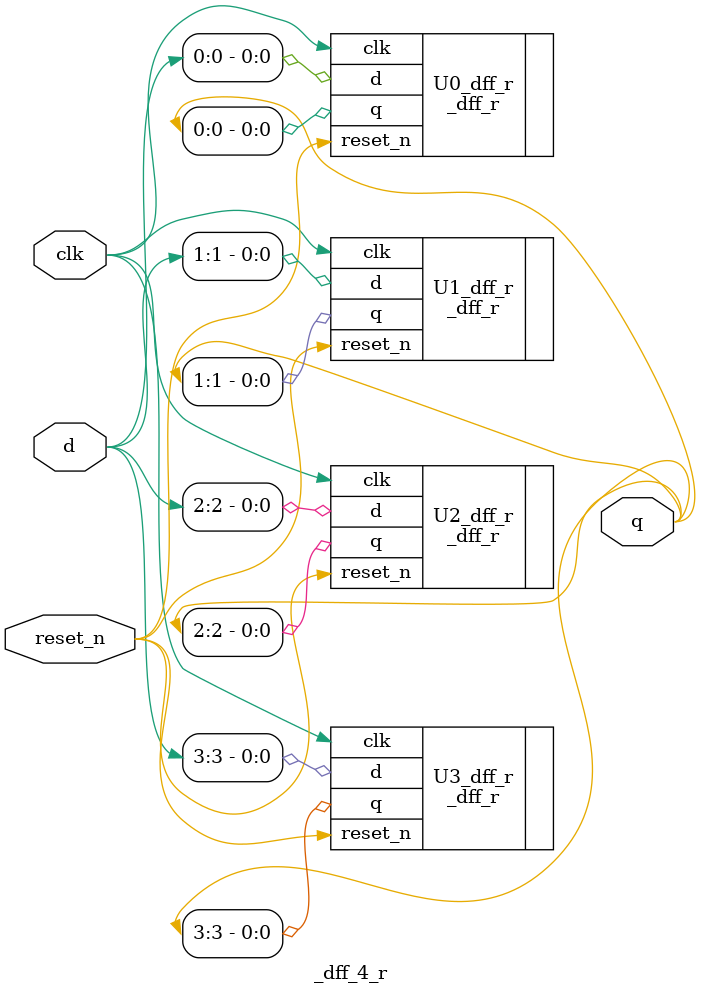
<source format=v>
module _dff_4_r(clk, reset_n, d, q);	//module of 4-bit register
	input clk, reset_n;
	input [3:0] d;
	output[3:0] q;
	
	_dff_r U0_dff_r(.clk(clk), .reset_n(reset_n), .d(d[0]), .q(q[0]));
	_dff_r U1_dff_r(.clk(clk), .reset_n(reset_n), .d(d[1]), .q(q[1]));
	_dff_r U2_dff_r(.clk(clk), .reset_n(reset_n), .d(d[2]), .q(q[2]));
	_dff_r U3_dff_r(.clk(clk), .reset_n(reset_n), .d(d[3]), .q(q[3]));	
	
endmodule


</source>
